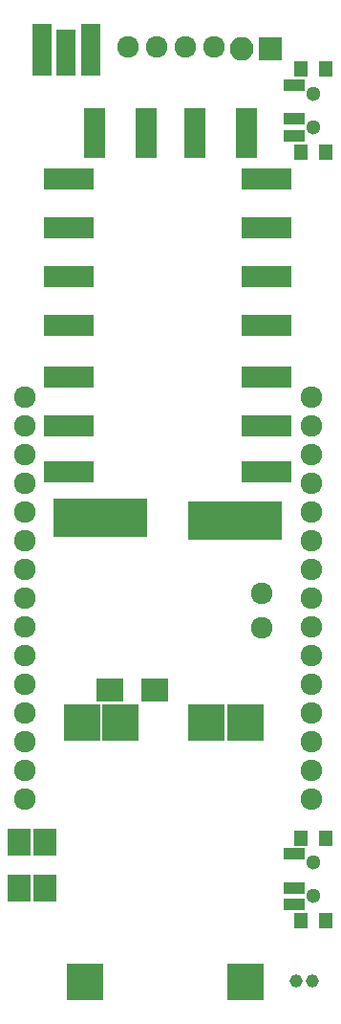
<source format=gbs>
G04 #@! TF.FileFunction,Soldermask,Bot*
%FSLAX46Y46*%
G04 Gerber Fmt 4.6, Leading zero omitted, Abs format (unit mm)*
G04 Created by KiCad (PCBNEW 4.0.4-stable) date 08/15/17 20:15:11*
%MOMM*%
%LPD*%
G01*
G04 APERTURE LIST*
%ADD10C,0.100000*%
%ADD11R,1.670000X4.591000*%
%ADD12R,1.670000X4.083000*%
%ADD13R,2.000000X2.400000*%
%ADD14R,4.400000X1.924000*%
%ADD15R,1.924000X4.400000*%
%ADD16R,8.400000X3.400000*%
%ADD17C,1.924000*%
%ADD18C,1.160000*%
%ADD19R,2.400000X2.100000*%
%ADD20C,1.300000*%
%ADD21R,1.900000X1.100000*%
%ADD22R,1.200000X1.400000*%
%ADD23R,3.200000X3.200000*%
%ADD24R,2.100000X2.100000*%
%ADD25O,2.100000X2.100000*%
G04 APERTURE END LIST*
D10*
D11*
X125546300Y-66404500D03*
X121253700Y-66404500D03*
D12*
X123400000Y-66658500D03*
D11*
X125546300Y-66404500D03*
X121253700Y-66404500D03*
D13*
X121500000Y-140500000D03*
X121500000Y-136500000D03*
X119250000Y-140500000D03*
X119250000Y-136500000D03*
D14*
X141136000Y-103700000D03*
X141136000Y-99636000D03*
X141136000Y-95318000D03*
X141136000Y-77792000D03*
X141136000Y-90746000D03*
X141136000Y-86428000D03*
X141136000Y-82110000D03*
X123610000Y-103700000D03*
X123610000Y-99636000D03*
X123610000Y-95318000D03*
X123610000Y-90746000D03*
X123610000Y-86428000D03*
X123610000Y-82110000D03*
X123610000Y-77792000D03*
D15*
X139358000Y-73728000D03*
X134786000Y-73728000D03*
X130468000Y-73728000D03*
X125896000Y-73728000D03*
D16*
X138342000Y-108018000D03*
X126404000Y-107764000D03*
D17*
X128902000Y-66100000D03*
X131442000Y-66100000D03*
X133982000Y-66100000D03*
X136522000Y-66100000D03*
D18*
X143800000Y-148750000D03*
X145200000Y-148750000D03*
D19*
X127250000Y-123000000D03*
X131250000Y-123000000D03*
D17*
X140750000Y-117500000D03*
X140750000Y-114500000D03*
D20*
X145330000Y-138250000D03*
X145330000Y-141250000D03*
D21*
X143570000Y-137500000D03*
X143570000Y-140500000D03*
X143570000Y-142000000D03*
D22*
X146430000Y-136100000D03*
X146430000Y-143400000D03*
X144220000Y-143400000D03*
X144220000Y-136100000D03*
D20*
X145330000Y-70250000D03*
X145330000Y-73250000D03*
D21*
X143570000Y-69500000D03*
X143570000Y-72500000D03*
X143570000Y-74000000D03*
D22*
X146430000Y-68100000D03*
X146430000Y-75400000D03*
X144220000Y-75400000D03*
X144220000Y-68100000D03*
D17*
X119750000Y-97120000D03*
X119750000Y-99660000D03*
X119750000Y-102200000D03*
X119750000Y-104740000D03*
X119750000Y-107280000D03*
X119750000Y-109820000D03*
X119750000Y-112360000D03*
X119750000Y-114900000D03*
X119750000Y-117440000D03*
X119750000Y-119980000D03*
X119750000Y-122520000D03*
X119750000Y-125060000D03*
X119750000Y-127600000D03*
X119750000Y-130140000D03*
X119750000Y-132680000D03*
X145150000Y-97120000D03*
X145150000Y-99660000D03*
X145150000Y-102200000D03*
X145150000Y-104740000D03*
X145150000Y-107280000D03*
X145150000Y-109820000D03*
X145150000Y-112360000D03*
X145150000Y-114900000D03*
X145150000Y-117440000D03*
X145150000Y-119980000D03*
X145150000Y-122520000D03*
X145150000Y-125060000D03*
X145150000Y-127600000D03*
X145150000Y-130140000D03*
X145150000Y-132680000D03*
D23*
X128200000Y-125900000D03*
X135800000Y-125900000D03*
X124800000Y-125900000D03*
X139300000Y-125900000D03*
X125100000Y-148800000D03*
X139300000Y-148800000D03*
D24*
X141500000Y-66300000D03*
D25*
X138960000Y-66300000D03*
M02*

</source>
